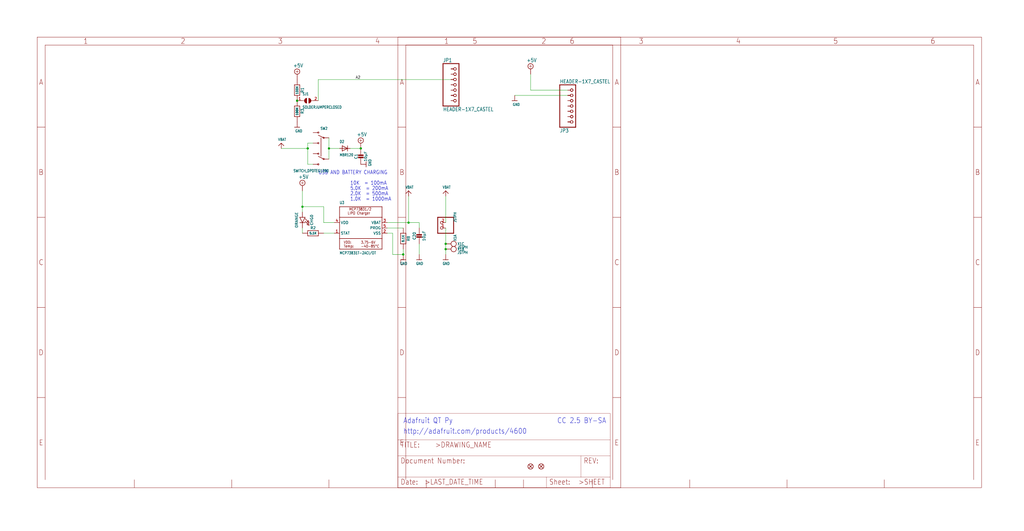
<source format=kicad_sch>
(kicad_sch (version 20211123) (generator eeschema)
  (paper "User" 490.22 254.406)
  (lib_symbols
    (symbol "schematicEagle-eagle-import:+5V" (power)
      (property "Value" "+5V" (at -1.905 3.175 0))
      (symbol "+5V_1_0"
        (polyline (pts (xy -0.635 1.27) (xy 0.635 1.27)) (stroke (width 0.1524)))
        (polyline (pts (xy 0 0.635) (xy 0 1.905)) (stroke (width 0.1524)))
        (circle (center 0 1.27) (radius 1.27) (stroke (width 0.254)))
        (pin power_in line (at 0 -2.54 90) (length 2.54) (name "+5V") (number "1"))
      )
    )
    (symbol "schematicEagle-eagle-import:CAP_CERAMIC0805-NOOUTLINE"
      (property "Reference" "C" (at -2.29 1.25 90))
      (property "Value" "CAP_CERAMIC0805-NOOUTLINE" (at 2.3 1.25 90))
      (symbol "CAP_CERAMIC0805-NOOUTLINE_1_0"
        (rectangle (start -1.27 0.508) (end 1.27 1.016) (fill (type outline)))
        (rectangle (start -1.27 1.524) (end 1.27 2.032) (fill (type outline)))
        (polyline (pts (xy 0 0.762) (xy 0 0)) (stroke (width 0.1524)))
        (polyline (pts (xy 0 2.54) (xy 0 1.778)) (stroke (width 0.1524)))
        (pin passive line (at 0 5.08 270) (length 2.54) (name "1") (number "1"))
        (pin passive line (at 0 -2.54 90) (length 2.54) (name "2") (number "2"))
      )
    )
    (symbol "schematicEagle-eagle-import:CON_JST_PH_2PIN_MT_BATT"
      (property "Reference" "X" (at 0 5.588 90))
      (property "Value" "CON_JST_PH_2PIN_MT_BATT" (at 1.651 5.588 90))
      (symbol "CON_JST_PH_2PIN_MT_BATT_1_0"
        (polyline (pts (xy -6.35 -2.54) (xy 1.27 -2.54)) (stroke (width 0.4064)))
        (polyline (pts (xy -6.35 5.08) (xy -6.35 -2.54)) (stroke (width 0.4064)))
        (polyline (pts (xy 1.27 -2.54) (xy 1.27 5.08)) (stroke (width 0.4064)))
        (polyline (pts (xy 1.27 5.08) (xy -6.35 5.08)) (stroke (width 0.4064)))
        (pin passive inverted (at -2.54 2.54 0) (length 2.54) (name "1") (number "1"))
        (pin passive inverted (at -2.54 0 0) (length 2.54) (name "2") (number "2"))
      )
      (symbol "CON_JST_PH_2PIN_MT_BATT_2_0"
        (circle (center 0 3.81) (radius 1.27) (stroke (width 0.254)))
        (pin bidirectional line (at 0 0 90) (length 2.54) (name "P$1") (number "NC2"))
      )
      (symbol "CON_JST_PH_2PIN_MT_BATT_3_0"
        (circle (center 0 3.81) (radius 1.27) (stroke (width 0.254)))
        (pin bidirectional line (at 0 0 90) (length 2.54) (name "P$1") (number "NC1"))
      )
    )
    (symbol "schematicEagle-eagle-import:DIODE_SOD-123FL"
      (property "Reference" "D" (at -2.54 2.54 0))
      (property "Value" "DIODE_SOD-123FL" (at -2.54 -3.81 0))
      (symbol "DIODE_SOD-123FL_1_0"
        (polyline (pts (xy -1.27 -1.27) (xy 1.27 0)) (stroke (width 0.254)))
        (polyline (pts (xy -1.27 1.27) (xy -1.27 -1.27)) (stroke (width 0.254)))
        (polyline (pts (xy 1.27 0) (xy -1.27 1.27)) (stroke (width 0.254)))
        (polyline (pts (xy 1.27 0) (xy 1.27 -1.27)) (stroke (width 0.254)))
        (polyline (pts (xy 1.27 1.27) (xy 1.27 0)) (stroke (width 0.254)))
        (pin passive line (at -2.54 0 0) (length 2.54) (name "A") (number "A"))
        (pin passive line (at 2.54 0 180) (length 2.54) (name "C") (number "C"))
      )
    )
    (symbol "schematicEagle-eagle-import:FIDUCIAL_1MM"
      (symbol "FIDUCIAL_1MM_1_0"
        (polyline (pts (xy -0.762 0.762) (xy 0.762 -0.762)) (stroke (width 0.254)))
        (polyline (pts (xy 0.762 0.762) (xy -0.762 -0.762)) (stroke (width 0.254)))
        (circle (center 0 0) (radius 1.27) (stroke (width 0.254)))
      )
    )
    (symbol "schematicEagle-eagle-import:FRAME_A_L"
      (symbol "FRAME_A_L_0_0"
        (polyline (pts (xy 0 43.18) (xy 3.81 43.18)))
        (polyline (pts (xy 0 86.36) (xy 3.81 86.36)))
        (polyline (pts (xy 0 129.54) (xy 3.81 129.54)))
        (polyline (pts (xy 0 172.72) (xy 3.81 172.72)))
        (polyline (pts (xy 3.81 3.81) (xy 3.81 212.09)))
        (polyline (pts (xy 46.5667 0) (xy 46.5667 3.81)))
        (polyline (pts (xy 93.1333 0) (xy 93.1333 3.81)))
        (polyline (pts (xy 139.7 0) (xy 139.7 3.81)))
        (polyline (pts (xy 186.2667 0) (xy 186.2667 3.81)))
        (polyline (pts (xy 232.8333 0) (xy 232.8333 3.81)))
        (polyline (pts (xy 275.59 3.81) (xy 275.59 212.09)))
        (polyline (pts (xy 275.59 43.18) (xy 279.4 43.18)))
        (polyline (pts (xy 275.59 86.36) (xy 279.4 86.36)))
        (polyline (pts (xy 275.59 129.54) (xy 279.4 129.54)))
        (polyline (pts (xy 275.59 172.72) (xy 279.4 172.72)))
        (polyline (pts (xy 275.59 212.09) (xy 3.81 212.09)))
        (polyline (pts (xy 0 0) (xy 279.4 0) (xy 279.4 215.9) (xy 0 215.9) (xy 0 0)))
        (text "1" (at 23.2833 213.995 0) (effects (font (size 2.54 2.286))))
        (text "2" (at 69.85 213.995 0) (effects (font (size 2.54 2.286))))
        (text "3" (at 116.4167 213.995 0) (effects (font (size 2.54 2.286))))
        (text "4" (at 162.9833 213.995 0) (effects (font (size 2.54 2.286))))
        (text "5" (at 209.55 213.995 0) (effects (font (size 2.54 2.286))))
        (text "6" (at 256.1167 213.995 0) (effects (font (size 2.54 2.286))))
        (text "A" (at 1.905 194.31 0) (effects (font (size 2.54 2.286))))
        (text "A" (at 277.495 194.31 0) (effects (font (size 2.54 2.286))))
        (text "B" (at 1.905 151.13 0) (effects (font (size 2.54 2.286))))
        (text "B" (at 277.495 151.13 0) (effects (font (size 2.54 2.286))))
        (text "C" (at 1.905 107.95 0) (effects (font (size 2.54 2.286))))
        (text "C" (at 277.495 107.95 0) (effects (font (size 2.54 2.286))))
        (text "D" (at 1.905 64.77 0) (effects (font (size 2.54 2.286))))
        (text "D" (at 277.495 64.77 0) (effects (font (size 2.54 2.286))))
        (text "E" (at 1.905 21.59 0) (effects (font (size 2.54 2.286))))
        (text "E" (at 277.495 21.59 0) (effects (font (size 2.54 2.286))))
      )
      (symbol "FRAME_A_L_2_0"
        (polyline (pts (xy 0 0) (xy 0 5.08)) (stroke (width 0.1016)))
        (polyline (pts (xy 0 0) (xy 71.12 0)) (stroke (width 0.1016)))
        (polyline (pts (xy 0 5.08) (xy 0 15.24)) (stroke (width 0.1016)))
        (polyline (pts (xy 0 5.08) (xy 71.12 5.08)) (stroke (width 0.1016)))
        (polyline (pts (xy 0 15.24) (xy 0 22.86)) (stroke (width 0.1016)))
        (polyline (pts (xy 0 22.86) (xy 0 35.56)) (stroke (width 0.1016)))
        (polyline (pts (xy 0 22.86) (xy 101.6 22.86)) (stroke (width 0.1016)))
        (polyline (pts (xy 71.12 0) (xy 101.6 0)) (stroke (width 0.1016)))
        (polyline (pts (xy 71.12 5.08) (xy 71.12 0)) (stroke (width 0.1016)))
        (polyline (pts (xy 71.12 5.08) (xy 87.63 5.08)) (stroke (width 0.1016)))
        (polyline (pts (xy 87.63 5.08) (xy 101.6 5.08)) (stroke (width 0.1016)))
        (polyline (pts (xy 87.63 15.24) (xy 0 15.24)) (stroke (width 0.1016)))
        (polyline (pts (xy 87.63 15.24) (xy 87.63 5.08)) (stroke (width 0.1016)))
        (polyline (pts (xy 101.6 5.08) (xy 101.6 0)) (stroke (width 0.1016)))
        (polyline (pts (xy 101.6 15.24) (xy 87.63 15.24)) (stroke (width 0.1016)))
        (polyline (pts (xy 101.6 15.24) (xy 101.6 5.08)) (stroke (width 0.1016)))
        (polyline (pts (xy 101.6 22.86) (xy 101.6 15.24)) (stroke (width 0.1016)))
        (polyline (pts (xy 101.6 35.56) (xy 0 35.56)) (stroke (width 0.1016)))
        (polyline (pts (xy 101.6 35.56) (xy 101.6 22.86)) (stroke (width 0.1016)))
        (text ">DRAWING_NAME" (at 17.78 19.05 0) (effects (font (size 2.54 2.159)) (justify left bottom)))
        (text ">LAST_DATE_TIME" (at 12.7 1.27 0) (effects (font (size 2.54 2.159)) (justify left bottom)))
        (text ">SHEET" (at 86.36 1.27 0) (effects (font (size 2.54 2.159)) (justify left bottom)))
        (text "Date:" (at 1.27 1.27 0) (effects (font (size 2.54 2.159)) (justify left bottom)))
        (text "Document Number:" (at 1.27 11.43 0) (effects (font (size 2.54 2.159)) (justify left bottom)))
        (text "REV:" (at 88.9 11.43 0) (effects (font (size 2.54 2.159)) (justify left bottom)))
        (text "Sheet:" (at 72.39 1.27 0) (effects (font (size 2.54 2.159)) (justify left bottom)))
        (text "TITLE:" (at 1.27 19.05 0) (effects (font (size 2.54 2.159)) (justify left bottom)))
      )
    )
    (symbol "schematicEagle-eagle-import:GND" (power)
      (property "Value" "GND" (at -1.524 -2.54 0))
      (symbol "GND_1_0"
        (polyline (pts (xy -1.27 0) (xy 1.27 0)) (stroke (width 0.254)))
        (pin power_in line (at 0 2.54 270) (length 2.54) (name "GND") (number "1"))
      )
    )
    (symbol "schematicEagle-eagle-import:HEADER-1X7_CASTEL"
      (property "Reference" "JP" (at -6.35 10.795 0))
      (property "Value" "HEADER-1X7_CASTEL" (at -6.35 -12.7 0))
      (symbol "HEADER-1X7_CASTEL_1_0"
        (polyline (pts (xy -6.35 -10.16) (xy 1.27 -10.16)) (stroke (width 0.4064)))
        (polyline (pts (xy -6.35 10.16) (xy -6.35 -10.16)) (stroke (width 0.4064)))
        (polyline (pts (xy 1.27 -10.16) (xy 1.27 10.16)) (stroke (width 0.4064)))
        (polyline (pts (xy 1.27 10.16) (xy -6.35 10.16)) (stroke (width 0.4064)))
        (pin passive inverted (at -2.54 7.62 0) (length 2.54) (name "1") (number "1"))
        (pin passive inverted (at -2.54 7.62 0) (length 2.54) (name "1") (number "1C"))
        (pin passive inverted (at -2.54 5.08 0) (length 2.54) (name "2") (number "2"))
        (pin passive inverted (at -2.54 5.08 0) (length 2.54) (name "2") (number "2C"))
        (pin passive inverted (at -2.54 2.54 0) (length 2.54) (name "3") (number "3"))
        (pin passive inverted (at -2.54 2.54 0) (length 2.54) (name "3") (number "3C"))
        (pin passive inverted (at -2.54 0 0) (length 2.54) (name "4") (number "4"))
        (pin passive inverted (at -2.54 0 0) (length 2.54) (name "4") (number "4C"))
        (pin passive inverted (at -2.54 -2.54 0) (length 2.54) (name "5") (number "5"))
        (pin passive inverted (at -2.54 -2.54 0) (length 2.54) (name "5") (number "5C"))
        (pin passive inverted (at -2.54 -5.08 0) (length 2.54) (name "6") (number "6"))
        (pin passive inverted (at -2.54 -5.08 0) (length 2.54) (name "6") (number "6C"))
        (pin passive inverted (at -2.54 -7.62 0) (length 2.54) (name "7") (number "7"))
        (pin passive inverted (at -2.54 -7.62 0) (length 2.54) (name "7") (number "7C"))
      )
    )
    (symbol "schematicEagle-eagle-import:LED0603_NOOUTLINE"
      (property "Reference" "D" (at -1.27 4.445 0))
      (property "Value" "LED0603_NOOUTLINE" (at -1.27 -2.794 0))
      (symbol "LED0603_NOOUTLINE_1_0"
        (polyline (pts (xy -2.54 -1.27) (xy 0 0)) (stroke (width 0.254)))
        (polyline (pts (xy -2.54 1.27) (xy -2.54 -1.27)) (stroke (width 0.254)))
        (polyline (pts (xy -1.905 1.27) (xy -0.635 2.54)) (stroke (width 0.254)))
        (polyline (pts (xy -0.9525 2.8575) (xy -0.3175 2.2225)) (stroke (width 0.254)))
        (polyline (pts (xy -0.635 1.27) (xy 0.635 2.54)) (stroke (width 0.254)))
        (polyline (pts (xy -0.3175 2.2225) (xy 0 3.175)) (stroke (width 0.254)))
        (polyline (pts (xy 0 0) (xy -2.54 1.27)) (stroke (width 0.254)))
        (polyline (pts (xy 0 0) (xy 0 -1.27)) (stroke (width 0.254)))
        (polyline (pts (xy 0 1.27) (xy 0 0)) (stroke (width 0.254)))
        (polyline (pts (xy 0 3.175) (xy -0.9525 2.8575)) (stroke (width 0.254)))
        (polyline (pts (xy 0.3175 2.8575) (xy 0.9525 2.2225)) (stroke (width 0.254)))
        (polyline (pts (xy 0.9525 2.2225) (xy 1.27 3.175)) (stroke (width 0.254)))
        (polyline (pts (xy 1.27 3.175) (xy 0.3175 2.8575)) (stroke (width 0.254)))
        (pin passive line (at -5.08 0 0) (length 2.54) (name "A") (number "A"))
        (pin passive line (at 2.54 0 180) (length 2.54) (name "C") (number "C"))
      )
    )
    (symbol "schematicEagle-eagle-import:MCP73831{slash}2"
      (property "Reference" "U" (at -10.16 11.43 0))
      (property "Value" "MCP73831{slash}2" (at -10.16 -12.7 0))
      (symbol "MCP73831{slash}2_1_0"
        (polyline (pts (xy -10.16 -5.08) (xy -10.16 -10.16)) (stroke (width 0.254)))
        (polyline (pts (xy -10.16 -5.08) (xy -10.16 5.08)) (stroke (width 0.254)))
        (polyline (pts (xy -10.16 5.08) (xy 10.16 5.08)) (stroke (width 0.254)))
        (polyline (pts (xy -10.16 10.16) (xy -10.16 5.08)) (stroke (width 0.254)))
        (polyline (pts (xy -10.16 10.16) (xy 10.16 10.16)) (stroke (width 0.254)))
        (polyline (pts (xy 10.16 -10.16) (xy -10.16 -10.16)) (stroke (width 0.254)))
        (polyline (pts (xy 10.16 -5.08) (xy -10.16 -5.08)) (stroke (width 0.254)))
        (polyline (pts (xy 10.16 -5.08) (xy 10.16 -10.16)) (stroke (width 0.254)))
        (polyline (pts (xy 10.16 5.08) (xy 10.16 -5.08)) (stroke (width 0.254)))
        (polyline (pts (xy 10.16 10.16) (xy 10.16 5.08)) (stroke (width 0.254)))
        (text "-40-85°C" (at 0 -9.525 0) (effects (font (size 1.27 1.0795)) (justify left bottom)))
        (text "3.75-6V" (at 0 -7.62 0) (effects (font (size 1.27 1.0795)) (justify left bottom)))
        (text "LIPO Charger" (at -6.35 6.35 0) (effects (font (size 1.27 1.0795)) (justify left bottom)))
        (text "MCP73831/2" (at -5.715 8.255 0) (effects (font (size 1.27 1.0795)) (justify left bottom)))
        (text "Temp:" (at -8.255 -9.525 0) (effects (font (size 1.27 1.0795)) (justify left bottom)))
        (text "VDD:" (at -8.255 -7.62 0) (effects (font (size 1.27 1.0795)) (justify left bottom)))
        (pin output line (at -12.7 -2.54 0) (length 2.54) (name "STAT") (number "1"))
        (pin power_in line (at 12.7 -2.54 180) (length 2.54) (name "VSS") (number "2"))
        (pin power_in line (at 12.7 2.54 180) (length 2.54) (name "VBAT") (number "3"))
        (pin power_in line (at -12.7 2.54 0) (length 2.54) (name "VDD") (number "4"))
        (pin input line (at 12.7 0 180) (length 2.54) (name "PROG") (number "5"))
      )
    )
    (symbol "schematicEagle-eagle-import:RESISTOR_0603_NOOUT"
      (property "Reference" "R" (at 0 2.54 0))
      (property "Value" "RESISTOR_0603_NOOUT" (at 0 0 0))
      (symbol "RESISTOR_0603_NOOUT_1_0"
        (polyline (pts (xy -2.54 -1.27) (xy -2.54 1.27)) (stroke (width 0.254)))
        (polyline (pts (xy -2.54 1.27) (xy 2.54 1.27)) (stroke (width 0.254)))
        (polyline (pts (xy 2.54 -1.27) (xy -2.54 -1.27)) (stroke (width 0.254)))
        (polyline (pts (xy 2.54 1.27) (xy 2.54 -1.27)) (stroke (width 0.254)))
        (pin passive line (at -5.08 0 0) (length 2.54) (name "1") (number "1"))
        (pin passive line (at 5.08 0 180) (length 2.54) (name "2") (number "2"))
      )
    )
    (symbol "schematicEagle-eagle-import:SOLDERJUMPERCLOSED"
      (property "Reference" "SJ" (at -2.54 2.54 0))
      (property "Value" "SOLDERJUMPERCLOSED" (at -2.54 -3.81 0))
      (symbol "SOLDERJUMPERCLOSED_1_0"
        (arc (start -0.381 1.2699) (mid -1.6508 0) (end -0.381 -1.2699) (stroke (width 0.0001)) (fill (type outline)))
        (polyline (pts (xy -2.54 0) (xy -1.651 0)) (stroke (width 0.1524)))
        (polyline (pts (xy 2.54 0) (xy 1.651 0)) (stroke (width 0.1524)))
        (arc (start 0.381 -1.2699) (mid 1.6508 0) (end 0.381 1.2699) (stroke (width 0.0001)) (fill (type outline)))
        (pin passive line (at -5.08 0 0) (length 2.54) (name "1") (number "1"))
        (pin passive line (at 5.08 0 180) (length 2.54) (name "2") (number "2"))
      )
    )
    (symbol "schematicEagle-eagle-import:SWITCH_DPDTEG1390"
      (property "Reference" "SW" (at -4.445 8.89 0))
      (property "Value" "SWITCH_DPDTEG1390" (at -5.08 -11.43 0))
      (symbol "SWITCH_DPDTEG1390_1_0"
        (circle (center -2.54 -5.08) (radius 0.3592) (stroke (width 0.2032)))
        (circle (center -2.54 5.08) (radius 0.3592) (stroke (width 0.2032)))
        (circle (center 0 -7.62) (radius 0.3592) (stroke (width 0.2032)))
        (circle (center 0 -2.54) (radius 0.3592) (stroke (width 0.2032)))
        (polyline (pts (xy -2.54 -5.08) (xy 0 -3.81)) (stroke (width 0.254)))
        (polyline (pts (xy -2.54 5.08) (xy 0 6.35)) (stroke (width 0.254)))
        (polyline (pts (xy -1.27 5.08) (xy -1.27 -3.81)) (stroke (width 0.254)))
        (polyline (pts (xy 0 -7.62) (xy 0.635 -7.62)) (stroke (width 0.127)))
        (polyline (pts (xy 0 -2.54) (xy 0.635 -2.54)) (stroke (width 0.1524)))
        (polyline (pts (xy 0 2.54) (xy 0.635 2.54)) (stroke (width 0.127)))
        (polyline (pts (xy 0 7.62) (xy 0.635 7.62)) (stroke (width 0.1524)))
        (circle (center 0 2.54) (radius 0.3592) (stroke (width 0.2032)))
        (circle (center 0 7.62) (radius 0.3592) (stroke (width 0.2032)))
        (pin passive line (at 2.54 7.62 180) (length 2.54) (name "O1") (number "O1"))
        (pin passive line (at 2.54 -2.54 180) (length 2.54) (name "O2") (number "O2"))
        (pin passive line (at -5.08 5.08 0) (length 2.54) (name "P1") (number "P1"))
        (pin passive line (at -5.08 -5.08 0) (length 2.54) (name "P2") (number "P2"))
        (pin passive line (at 2.54 2.54 180) (length 2.54) (name "S1") (number "S1"))
        (pin passive line (at 2.54 -7.62 180) (length 2.54) (name "S2") (number "S2"))
      )
    )
    (symbol "schematicEagle-eagle-import:VBAT" (power)
      (property "Value" "VBAT" (at -1.524 1.016 0))
      (symbol "VBAT_1_0"
        (polyline (pts (xy -1.27 -1.27) (xy 0 0)) (stroke (width 0.254)))
        (polyline (pts (xy 0 0) (xy 1.27 -1.27)) (stroke (width 0.254)))
        (pin power_in line (at 0 -2.54 90) (length 2.54) (name "VBAT") (number "1"))
      )
    )
  )
  (junction (at 144.78 99.06))
  (junction (at 213.36 116.84))
  (junction (at 193.04 121.92))
  (junction (at 157.48 71.12))
  (junction (at 213.36 119.38))
  (junction (at 147.32 71.12))
  (junction (at 142.24 48.26))
  (junction (at 172.72 71.12))
  (junction (at 195.58 106.68))
  (wire (pts (xy 154.94 111.76) (xy 160.02 111.76)))
  (wire (pts (xy 147.32 78.74) (xy 147.32 71.12)))
  (wire (pts (xy 187.96 111.76) (xy 187.96 121.92)))
  (wire (pts (xy 213.36 93.98) (xy 213.36 106.68)))
  (wire (pts (xy 200.66 109.22) (xy 200.66 106.68)))
  (wire (pts (xy 193.04 119.38) (xy 193.04 121.92)))
  (wire (pts (xy 167.64 71.12) (xy 172.72 71.12)))
  (wire (pts (xy 185.42 109.22) (xy 193.04 109.22)))
  (wire (pts (xy 213.36 119.38) (xy 213.36 116.84)))
  (wire (pts (xy 157.48 71.12) (xy 162.56 71.12)))
  (wire (pts (xy 144.78 101.6) (xy 144.78 99.06)))
  (wire (pts (xy 152.4 38.1) (xy 152.4 48.26)))
  (wire (pts (xy 271.78 45.72) (xy 246.38 45.72)))
  (wire (pts (xy 195.58 106.68) (xy 185.42 106.68)))
  (wire (pts (xy 154.94 106.68) (xy 160.02 106.68)))
  (wire (pts (xy 157.48 66.04) (xy 157.48 71.12)))
  (wire (pts (xy 187.96 121.92) (xy 193.04 121.92)))
  (wire (pts (xy 147.32 71.12) (xy 147.32 68.58)))
  (wire (pts (xy 213.36 116.84) (xy 213.36 109.22)))
  (wire (pts (xy 195.58 93.98) (xy 195.58 106.68)))
  (wire (pts (xy 185.42 111.76) (xy 187.96 111.76)))
  (wire (pts (xy 200.66 116.84) (xy 200.66 121.92)))
  (wire (pts (xy 154.94 99.06) (xy 154.94 106.68)))
  (wire (pts (xy 134.62 71.12) (xy 147.32 71.12)))
  (wire (pts (xy 144.78 99.06) (xy 154.94 99.06)))
  (wire (pts (xy 144.78 91.44) (xy 144.78 99.06)))
  (wire (pts (xy 200.66 106.68) (xy 195.58 106.68)))
  (wire (pts (xy 254 43.18) (xy 254 35.56)))
  (wire (pts (xy 271.78 43.18) (xy 254 43.18)))
  (wire (pts (xy 213.36 121.92) (xy 213.36 119.38)))
  (wire (pts (xy 215.9 38.1) (xy 152.4 38.1)))
  (wire (pts (xy 157.48 71.12) (xy 157.48 76.2)))
  (wire (pts (xy 149.86 78.74) (xy 147.32 78.74)))
  (wire (pts (xy 144.78 109.22) (xy 144.78 111.76)))
  (wire (pts (xy 149.86 68.58) (xy 147.32 68.58)))
  (text "10K  = 100mA" (at 167.64 88.9 180) (effects (font (size 1.778 1.5113)) (justify left bottom)))
  (text "1.0K  = 1000mA" (at 167.64 96.52 180) (effects (font (size 1.778 1.5113)) (justify left bottom)))
  (text "5.0K  = 200mA" (at 167.64 91.44 180) (effects (font (size 1.778 1.5113)) (justify left bottom)))
  (text "http://adafruit.com/products/4600" (at 193.04 208.28 180) (effects (font (size 2.54 2.159)) (justify left bottom)))
  (text "USB AND BATTERY CHARGING" (at 152.4 83.82 180) (effects (font (size 1.778 1.5113)) (justify left bottom)))
  (text "CC 2.5 BY-SA" (at 266.7 203.2 180) (effects (font (size 2.54 2.159)) (justify left bottom)))
  (text "2.0K  = 500mA" (at 167.64 93.98 180) (effects (font (size 1.778 1.5113)) (justify left bottom)))
  (text "Adafruit QT Py" (at 193.04 203.2 180) (effects (font (size 2.54 2.159)) (justify left bottom)))
  (label "A2" (at 170.18 38.1 0) (effects (font (size 1.2446 1.2446))))
  (symbol (lib_id "schematicEagle-eagle-import:GND") (at 213.36 124.46 0) (unit 1)
    (property "Reference" "#U$22" (effects hide))
    (property "Value" "GND" (at 211.836 127 0) (effects (font (size 1.27 1.0795)) (justify left bottom)))
    (property "Footprint" "schematicEagle:" (effects hide))
  )
  (symbol (lib_id "schematicEagle-eagle-import:SWITCH_DPDTEG1390") (at 152.4 71.12 0) (mirror y) (unit 1)
    (property "Reference" "SW2" (at 156.845 62.23 0) (effects (font (size 1.27 1.0795)) (justify left bottom)))
    (property "Value" "SWITCH_DPDTEG1390" (at 157.48 82.55 0) (effects (font (size 1.27 1.0795)) (justify left bottom)))
    (property "Footprint" "schematicEagle:EG1390" (effects hide))
  )
  (symbol (lib_id "schematicEagle-eagle-import:VBAT") (at 213.36 91.44 0) (unit 1)
    (property "Reference" "#U$16" (effects hide))
    (property "Value" "VBAT" (at 211.836 90.424 0) (effects (font (size 1.27 1.0795)) (justify left bottom)))
    (property "Footprint" "schematicEagle:" (effects hide))
  )
  (symbol (lib_id "schematicEagle-eagle-import:GND") (at 175.26 78.74 90) (mirror x) (unit 1)
    (property "Reference" "#GND1" (effects hide))
    (property "Value" "GND" (at 177.8 76.2 0) (effects (font (size 1.27 1.0795)) (justify left bottom)))
    (property "Footprint" "schematicEagle:" (effects hide))
  )
  (symbol (lib_id "schematicEagle-eagle-import:CON_JST_PH_2PIN_MT_BATT") (at 213.36 116.84 270) (unit 3)
    (property "Reference" "X1" (at 218.948 116.84 90) (effects (font (size 1.27 1.0795)) (justify left)))
    (property "Value" "JSTPH" (at 218.948 118.491 90) (effects (font (size 1.27 1.0795)) (justify left)))
    (property "Footprint" "schematicEagle:JSTPH2_BATT" (effects hide))
  )
  (symbol (lib_id "schematicEagle-eagle-import:HEADER-1X7_CASTEL") (at 274.32 50.8 0) (mirror x) (unit 1)
    (property "Reference" "JP3" (at 267.97 61.595 0) (effects (font (size 1.778 1.5113)) (justify left bottom)))
    (property "Value" "HEADER-1X7_CASTEL" (at 267.97 38.1 0) (effects (font (size 1.778 1.5113)) (justify left bottom)))
    (property "Footprint" "schematicEagle:1X07_CASTEL" (effects hide))
  )
  (symbol (lib_id "schematicEagle-eagle-import:SOLDERJUMPERCLOSED") (at 147.32 48.26 0) (unit 1)
    (property "Reference" "SJ1" (at 144.78 45.72 0) (effects (font (size 1.27 1.0795)) (justify left bottom)))
    (property "Value" "SOLDERJUMPERCLOSED" (at 144.78 52.07 0) (effects (font (size 1.27 1.0795)) (justify left bottom)))
    (property "Footprint" "schematicEagle:SOLDERJUMPER_CLOSEDWIRE" (effects hide))
  )
  (symbol (lib_id "schematicEagle-eagle-import:GND") (at 246.38 48.26 0) (mirror y) (unit 1)
    (property "Reference" "#GND2" (effects hide))
    (property "Value" "GND" (at 248.92 50.8 0) (effects (font (size 1.27 1.0795)) (justify left bottom)))
    (property "Footprint" "schematicEagle:" (effects hide))
  )
  (symbol (lib_id "schematicEagle-eagle-import:FIDUCIAL_1MM") (at 259.08 223.52 0) (unit 1)
    (property "Reference" "U$6" (effects hide))
    (property "Value" "FIDUCIAL_1MM" (effects hide))
    (property "Footprint" "schematicEagle:FIDUCIAL_1MM" (effects hide))
  )
  (symbol (lib_id "schematicEagle-eagle-import:+5V") (at 172.72 68.58 0) (unit 1)
    (property "Reference" "#SUPPLY2" (effects hide))
    (property "Value" "+5V" (at 170.815 65.405 0) (effects (font (size 1.778 1.5113)) (justify left bottom)))
    (property "Footprint" "schematicEagle:" (effects hide))
  )
  (symbol (lib_id "schematicEagle-eagle-import:CON_JST_PH_2PIN_MT_BATT") (at 213.36 119.38 270) (unit 2)
    (property "Reference" "X1" (at 218.948 119.38 90) (effects (font (size 1.27 1.0795)) (justify left)))
    (property "Value" "JSTPH" (at 218.948 121.031 90) (effects (font (size 1.27 1.0795)) (justify left)))
    (property "Footprint" "schematicEagle:JSTPH2_BATT" (effects hide))
  )
  (symbol (lib_id "schematicEagle-eagle-import:VBAT") (at 134.62 68.58 0) (unit 1)
    (property "Reference" "#U$1" (effects hide))
    (property "Value" "VBAT" (at 133.096 67.564 0) (effects (font (size 1.27 1.0795)) (justify left bottom)))
    (property "Footprint" "schematicEagle:" (effects hide))
  )
  (symbol (lib_id "schematicEagle-eagle-import:GND") (at 200.66 124.46 0) (unit 1)
    (property "Reference" "#U$33" (effects hide))
    (property "Value" "GND" (at 199.136 127 0) (effects (font (size 1.27 1.0795)) (justify left bottom)))
    (property "Footprint" "schematicEagle:" (effects hide))
  )
  (symbol (lib_id "schematicEagle-eagle-import:GND") (at 142.24 60.96 0) (mirror y) (unit 1)
    (property "Reference" "#GND3" (effects hide))
    (property "Value" "GND" (at 144.78 63.5 0) (effects (font (size 1.27 1.0795)) (justify left bottom)))
    (property "Footprint" "schematicEagle:" (effects hide))
  )
  (symbol (lib_id "schematicEagle-eagle-import:+5V") (at 254 33.02 0) (unit 1)
    (property "Reference" "#SUPPLY3" (effects hide))
    (property "Value" "+5V" (at 252.095 29.845 0) (effects (font (size 1.778 1.5113)) (justify left bottom)))
    (property "Footprint" "schematicEagle:" (effects hide))
  )
  (symbol (lib_id "schematicEagle-eagle-import:CAP_CERAMIC0805-NOOUTLINE") (at 172.72 76.2 0) (unit 1)
    (property "Reference" "C1" (at 170.43 74.95 90))
    (property "Value" "10µF" (at 175.02 74.95 90))
    (property "Footprint" "schematicEagle:0805-NO" (effects hide))
  )
  (symbol (lib_id "schematicEagle-eagle-import:RESISTOR_0603_NOOUT") (at 193.04 114.3 270) (unit 1)
    (property "Reference" "R8" (at 195.58 114.3 0))
    (property "Value" "5.1K" (at 193.04 114.3 0) (effects (font (size 1.016 1.016) bold)))
    (property "Footprint" "schematicEagle:0603-NO" (effects hide))
  )
  (symbol (lib_id "schematicEagle-eagle-import:MCP73831{slash}2") (at 172.72 109.22 0) (unit 1)
    (property "Reference" "U3" (at 162.56 97.79 0) (effects (font (size 1.27 1.0795)) (justify left bottom)))
    (property "Value" "MCP73831T-2ACI/OT" (at 162.56 121.92 0) (effects (font (size 1.27 1.0795)) (justify left bottom)))
    (property "Footprint" "schematicEagle:SOT23-5" (effects hide))
  )
  (symbol (lib_id "schematicEagle-eagle-import:+5V") (at 142.24 35.56 0) (unit 1)
    (property "Reference" "#SUPPLY4" (effects hide))
    (property "Value" "+5V" (at 140.335 32.385 0) (effects (font (size 1.778 1.5113)) (justify left bottom)))
    (property "Footprint" "schematicEagle:" (effects hide))
  )
  (symbol (lib_id "schematicEagle-eagle-import:LED0603_NOOUTLINE") (at 144.78 106.68 270) (unit 1)
    (property "Reference" "CHG0" (at 149.225 105.41 0))
    (property "Value" "ORANGE" (at 141.986 105.41 0))
    (property "Footprint" "schematicEagle:CHIPLED_0603_NOOUTLINE" (effects hide))
  )
  (symbol (lib_id "schematicEagle-eagle-import:CON_JST_PH_2PIN_MT_BATT") (at 210.82 106.68 180) (unit 1)
    (property "Reference" "X1" (at 217.17 112.395 90) (effects (font (size 1.27 1.0795)) (justify left bottom)))
    (property "Value" "JSTPH" (at 217.17 101.6 90) (effects (font (size 1.27 1.0795)) (justify left bottom)))
    (property "Footprint" "schematicEagle:JSTPH2_BATT" (effects hide))
  )
  (symbol (lib_id "schematicEagle-eagle-import:CAP_CERAMIC0805-NOOUTLINE") (at 200.66 114.3 0) (unit 1)
    (property "Reference" "C20" (at 198.37 113.05 90))
    (property "Value" "10µF" (at 202.96 113.05 90))
    (property "Footprint" "schematicEagle:0805-NO" (effects hide))
  )
  (symbol (lib_id "schematicEagle-eagle-import:FRAME_A_L") (at 17.78 233.68 0) (unit 1)
    (property "Reference" "#FRAME1" (effects hide))
    (property "Value" "FRAME_A_L" (effects hide))
    (property "Footprint" "schematicEagle:" (effects hide))
  )
  (symbol (lib_id "schematicEagle-eagle-import:FRAME_A_L") (at 190.5 233.68 0) (unit 2)
    (property "Reference" "#FRAME1" (effects hide))
    (property "Value" "FRAME_A_L" (effects hide))
    (property "Footprint" "schematicEagle:" (effects hide))
  )
  (symbol (lib_id "schematicEagle-eagle-import:RESISTOR_0603_NOOUT") (at 142.24 53.34 270) (unit 1)
    (property "Reference" "R3" (at 144.78 53.34 0))
    (property "Value" "100K" (at 142.24 53.34 0) (effects (font (size 1.016 1.016) bold)))
    (property "Footprint" "schematicEagle:0603-NO" (effects hide))
  )
  (symbol (lib_id "schematicEagle-eagle-import:RESISTOR_0603_NOOUT") (at 149.86 111.76 0) (unit 1)
    (property "Reference" "R2" (at 149.86 109.22 0))
    (property "Value" "5.1K" (at 149.86 111.76 0) (effects (font (size 1.016 1.016) bold)))
    (property "Footprint" "schematicEagle:0603-NO" (effects hide))
  )
  (symbol (lib_id "schematicEagle-eagle-import:HEADER-1X7_CASTEL") (at 218.44 40.64 0) (unit 1)
    (property "Reference" "JP1" (at 212.09 29.845 0) (effects (font (size 1.778 1.5113)) (justify left bottom)))
    (property "Value" "HEADER-1X7_CASTEL" (at 212.09 53.34 0) (effects (font (size 1.778 1.5113)) (justify left bottom)))
    (property "Footprint" "schematicEagle:1X07_CASTEL" (effects hide))
  )
  (symbol (lib_id "schematicEagle-eagle-import:RESISTOR_0603_NOOUT") (at 142.24 43.18 270) (unit 1)
    (property "Reference" "R1" (at 144.78 43.18 0))
    (property "Value" "100K" (at 142.24 43.18 0) (effects (font (size 1.016 1.016) bold)))
    (property "Footprint" "schematicEagle:0603-NO" (effects hide))
  )
  (symbol (lib_id "schematicEagle-eagle-import:VBAT") (at 195.58 91.44 0) (unit 1)
    (property "Reference" "#U$39" (effects hide))
    (property "Value" "VBAT" (at 194.056 90.424 0) (effects (font (size 1.27 1.0795)) (justify left bottom)))
    (property "Footprint" "schematicEagle:" (effects hide))
  )
  (symbol (lib_id "schematicEagle-eagle-import:FIDUCIAL_1MM") (at 254 223.52 0) (unit 1)
    (property "Reference" "U$8" (effects hide))
    (property "Value" "FIDUCIAL_1MM" (effects hide))
    (property "Footprint" "schematicEagle:FIDUCIAL_1MM" (effects hide))
  )
  (symbol (lib_id "schematicEagle-eagle-import:DIODE_SOD-123FL") (at 165.1 71.12 0) (unit 1)
    (property "Reference" "D2" (at 162.56 68.58 0) (effects (font (size 1.27 1.0795)) (justify left bottom)))
    (property "Value" "MBR120" (at 162.56 74.93 0) (effects (font (size 1.27 1.0795)) (justify left bottom)))
    (property "Footprint" "schematicEagle:SOD-123FL" (effects hide))
  )
  (symbol (lib_id "schematicEagle-eagle-import:GND") (at 193.04 124.46 0) (unit 1)
    (property "Reference" "#U$36" (effects hide))
    (property "Value" "GND" (at 191.516 127 0) (effects (font (size 1.27 1.0795)) (justify left bottom)))
    (property "Footprint" "schematicEagle:" (effects hide))
  )
  (symbol (lib_id "schematicEagle-eagle-import:+5V") (at 144.78 88.9 0) (unit 1)
    (property "Reference" "#SUPPLY1" (effects hide))
    (property "Value" "+5V" (at 142.875 85.725 0) (effects (font (size 1.778 1.5113)) (justify left bottom)))
    (property "Footprint" "schematicEagle:" (effects hide))
  )
)
</source>
